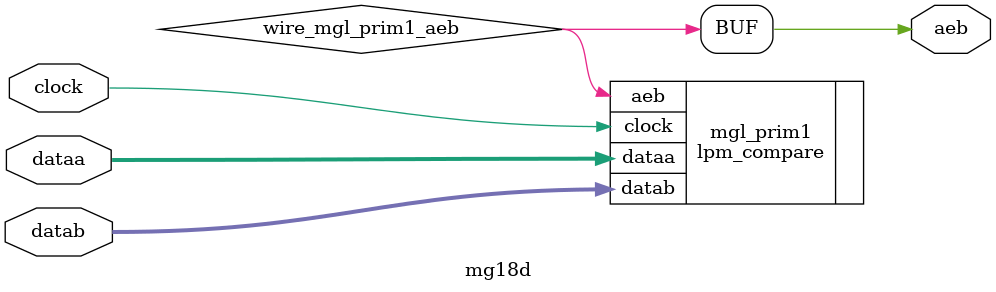
<source format=v>






//synthesis_resources = lpm_compare 1 
//synopsys translate_off
`timescale 1 ps / 1 ps
//synopsys translate_on
module  mg18d
	( 
	aeb,
	clock,
	dataa,
	datab) /* synthesis synthesis_clearbox=1 */;
	output   aeb;
	input   clock;
	input   [7:0]  dataa;
	input   [7:0]  datab;

	wire  wire_mgl_prim1_aeb;

	lpm_compare   mgl_prim1
	( 
	.aeb(wire_mgl_prim1_aeb),
	.clock(clock),
	.dataa(dataa),
	.datab(datab));
	defparam
		mgl_prim1.lpm_pipeline = 1,
		mgl_prim1.lpm_representation = "UNSIGNED",
		mgl_prim1.lpm_type = "LPM_COMPARE",
		mgl_prim1.lpm_width = 8;
	assign
		aeb = wire_mgl_prim1_aeb;
endmodule //mg18d
//VALID FILE

</source>
